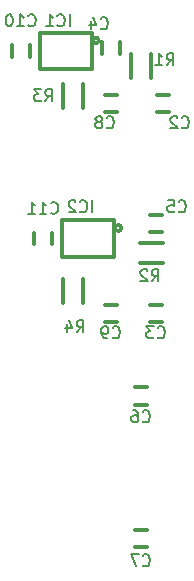
<source format=gbr>
%TF.GenerationSoftware,KiCad,Pcbnew,(5.1.12)-1*%
%TF.CreationDate,2022-11-09T13:17:00+09:00*%
%TF.ProjectId,2212_PHOTO_DIODE_PRE_AMP,32323132-5f50-4484-9f54-4f5f44494f44,0*%
%TF.SameCoordinates,Original*%
%TF.FileFunction,Legend,Bot*%
%TF.FilePolarity,Positive*%
%FSLAX46Y46*%
G04 Gerber Fmt 4.6, Leading zero omitted, Abs format (unit mm)*
G04 Created by KiCad (PCBNEW (5.1.12)-1) date 2022-11-09 13:17:00*
%MOMM*%
%LPD*%
G01*
G04 APERTURE LIST*
%ADD10C,0.300000*%
%ADD11C,0.200000*%
%ADD12C,0.150000*%
G04 APERTURE END LIST*
D10*
%TO.C,IC2*%
X138135000Y-86005000D02*
X138135000Y-82905000D01*
X142535000Y-86005000D02*
X138135000Y-86005000D01*
X142535000Y-82905000D02*
X142535000Y-86005000D01*
X138135000Y-82905000D02*
X142535000Y-82905000D01*
X143129000Y-83566000D02*
G75*
G03*
X143129000Y-83566000I-254000J0D01*
G01*
%TO.C,C2*%
X146185000Y-73775000D02*
X147185000Y-73775000D01*
X147185000Y-72275000D02*
X146185000Y-72275000D01*
%TO.C,C3*%
X145550000Y-91555000D02*
X146550000Y-91555000D01*
X146550000Y-90055000D02*
X145550000Y-90055000D01*
%TO.C,C4*%
X141490000Y-67826000D02*
X141490000Y-68826000D01*
X142990000Y-68826000D02*
X142990000Y-67826000D01*
%TO.C,C5*%
X146550000Y-82435000D02*
X145550000Y-82435000D01*
X145550000Y-83935000D02*
X146550000Y-83935000D01*
%TO.C,C6*%
X144280000Y-98540000D02*
X145280000Y-98540000D01*
X145280000Y-97040000D02*
X144280000Y-97040000D01*
%TO.C,C7*%
X144280000Y-110605000D02*
X145280000Y-110605000D01*
X145280000Y-109105000D02*
X144280000Y-109105000D01*
%TO.C,C8*%
X141740000Y-73775000D02*
X142740000Y-73775000D01*
X142740000Y-72275000D02*
X141740000Y-72275000D01*
%TO.C,C9*%
X141740000Y-91555000D02*
X142740000Y-91555000D01*
X142740000Y-90055000D02*
X141740000Y-90055000D01*
%TO.C,C10*%
X135370000Y-69080000D02*
X135370000Y-68080000D01*
X133870000Y-68080000D02*
X133870000Y-69080000D01*
%TO.C,C11*%
X137275000Y-84955000D02*
X137275000Y-83955000D01*
X135775000Y-83955000D02*
X135775000Y-84955000D01*
%TO.C,IC1*%
X136230000Y-70130000D02*
X136230000Y-67030000D01*
X140630000Y-70130000D02*
X136230000Y-70130000D01*
X140630000Y-67030000D02*
X140630000Y-70130000D01*
X136230000Y-67030000D02*
X140630000Y-67030000D01*
X141224000Y-67691000D02*
G75*
G03*
X141224000Y-67691000I-254000J0D01*
G01*
%TO.C,R1*%
X143930000Y-70850000D02*
X143930000Y-68850000D01*
X145630000Y-68850000D02*
X145630000Y-70850000D01*
%TO.C,R2*%
X144685000Y-84875000D02*
X146685000Y-84875000D01*
X146685000Y-86575000D02*
X144685000Y-86575000D01*
%TO.C,R3*%
X138215000Y-73390000D02*
X138215000Y-71390000D01*
X139915000Y-71390000D02*
X139915000Y-73390000D01*
%TO.C,R4*%
X138215000Y-89900000D02*
X138215000Y-87900000D01*
X139915000Y-87900000D02*
X139915000Y-89900000D01*
%TO.C,IC2*%
D11*
X140676190Y-82240380D02*
X140676190Y-81240380D01*
X139628571Y-82145142D02*
X139676190Y-82192761D01*
X139819047Y-82240380D01*
X139914285Y-82240380D01*
X140057142Y-82192761D01*
X140152380Y-82097523D01*
X140200000Y-82002285D01*
X140247619Y-81811809D01*
X140247619Y-81668952D01*
X140200000Y-81478476D01*
X140152380Y-81383238D01*
X140057142Y-81288000D01*
X139914285Y-81240380D01*
X139819047Y-81240380D01*
X139676190Y-81288000D01*
X139628571Y-81335619D01*
X139247619Y-81335619D02*
X139200000Y-81288000D01*
X139104761Y-81240380D01*
X138866666Y-81240380D01*
X138771428Y-81288000D01*
X138723809Y-81335619D01*
X138676190Y-81430857D01*
X138676190Y-81526095D01*
X138723809Y-81668952D01*
X139295238Y-82240380D01*
X138676190Y-82240380D01*
%TO.C,C2*%
D12*
X148248666Y-75033142D02*
X148296285Y-75080761D01*
X148439142Y-75128380D01*
X148534380Y-75128380D01*
X148677238Y-75080761D01*
X148772476Y-74985523D01*
X148820095Y-74890285D01*
X148867714Y-74699809D01*
X148867714Y-74556952D01*
X148820095Y-74366476D01*
X148772476Y-74271238D01*
X148677238Y-74176000D01*
X148534380Y-74128380D01*
X148439142Y-74128380D01*
X148296285Y-74176000D01*
X148248666Y-74223619D01*
X147867714Y-74223619D02*
X147820095Y-74176000D01*
X147724857Y-74128380D01*
X147486761Y-74128380D01*
X147391523Y-74176000D01*
X147343904Y-74223619D01*
X147296285Y-74318857D01*
X147296285Y-74414095D01*
X147343904Y-74556952D01*
X147915333Y-75128380D01*
X147296285Y-75128380D01*
%TO.C,C3*%
X146216666Y-92813142D02*
X146264285Y-92860761D01*
X146407142Y-92908380D01*
X146502380Y-92908380D01*
X146645238Y-92860761D01*
X146740476Y-92765523D01*
X146788095Y-92670285D01*
X146835714Y-92479809D01*
X146835714Y-92336952D01*
X146788095Y-92146476D01*
X146740476Y-92051238D01*
X146645238Y-91956000D01*
X146502380Y-91908380D01*
X146407142Y-91908380D01*
X146264285Y-91956000D01*
X146216666Y-92003619D01*
X145883333Y-91908380D02*
X145264285Y-91908380D01*
X145597619Y-92289333D01*
X145454761Y-92289333D01*
X145359523Y-92336952D01*
X145311904Y-92384571D01*
X145264285Y-92479809D01*
X145264285Y-92717904D01*
X145311904Y-92813142D01*
X145359523Y-92860761D01*
X145454761Y-92908380D01*
X145740476Y-92908380D01*
X145835714Y-92860761D01*
X145883333Y-92813142D01*
%TO.C,C4*%
D11*
X141390666Y-66651142D02*
X141438285Y-66698761D01*
X141581142Y-66746380D01*
X141676380Y-66746380D01*
X141819238Y-66698761D01*
X141914476Y-66603523D01*
X141962095Y-66508285D01*
X142009714Y-66317809D01*
X142009714Y-66174952D01*
X141962095Y-65984476D01*
X141914476Y-65889238D01*
X141819238Y-65794000D01*
X141676380Y-65746380D01*
X141581142Y-65746380D01*
X141438285Y-65794000D01*
X141390666Y-65841619D01*
X140533523Y-66079714D02*
X140533523Y-66746380D01*
X140771619Y-65698761D02*
X141009714Y-66413047D01*
X140390666Y-66413047D01*
%TO.C,C5*%
D12*
X147994666Y-82145142D02*
X148042285Y-82192761D01*
X148185142Y-82240380D01*
X148280380Y-82240380D01*
X148423238Y-82192761D01*
X148518476Y-82097523D01*
X148566095Y-82002285D01*
X148613714Y-81811809D01*
X148613714Y-81668952D01*
X148566095Y-81478476D01*
X148518476Y-81383238D01*
X148423238Y-81288000D01*
X148280380Y-81240380D01*
X148185142Y-81240380D01*
X148042285Y-81288000D01*
X147994666Y-81335619D01*
X147089904Y-81240380D02*
X147566095Y-81240380D01*
X147613714Y-81716571D01*
X147566095Y-81668952D01*
X147470857Y-81621333D01*
X147232761Y-81621333D01*
X147137523Y-81668952D01*
X147089904Y-81716571D01*
X147042285Y-81811809D01*
X147042285Y-82049904D01*
X147089904Y-82145142D01*
X147137523Y-82192761D01*
X147232761Y-82240380D01*
X147470857Y-82240380D01*
X147566095Y-82192761D01*
X147613714Y-82145142D01*
%TO.C,C6*%
X144946666Y-99925142D02*
X144994285Y-99972761D01*
X145137142Y-100020380D01*
X145232380Y-100020380D01*
X145375238Y-99972761D01*
X145470476Y-99877523D01*
X145518095Y-99782285D01*
X145565714Y-99591809D01*
X145565714Y-99448952D01*
X145518095Y-99258476D01*
X145470476Y-99163238D01*
X145375238Y-99068000D01*
X145232380Y-99020380D01*
X145137142Y-99020380D01*
X144994285Y-99068000D01*
X144946666Y-99115619D01*
X144089523Y-99020380D02*
X144280000Y-99020380D01*
X144375238Y-99068000D01*
X144422857Y-99115619D01*
X144518095Y-99258476D01*
X144565714Y-99448952D01*
X144565714Y-99829904D01*
X144518095Y-99925142D01*
X144470476Y-99972761D01*
X144375238Y-100020380D01*
X144184761Y-100020380D01*
X144089523Y-99972761D01*
X144041904Y-99925142D01*
X143994285Y-99829904D01*
X143994285Y-99591809D01*
X144041904Y-99496571D01*
X144089523Y-99448952D01*
X144184761Y-99401333D01*
X144375238Y-99401333D01*
X144470476Y-99448952D01*
X144518095Y-99496571D01*
X144565714Y-99591809D01*
%TO.C,C7*%
X144946666Y-112117142D02*
X144994285Y-112164761D01*
X145137142Y-112212380D01*
X145232380Y-112212380D01*
X145375238Y-112164761D01*
X145470476Y-112069523D01*
X145518095Y-111974285D01*
X145565714Y-111783809D01*
X145565714Y-111640952D01*
X145518095Y-111450476D01*
X145470476Y-111355238D01*
X145375238Y-111260000D01*
X145232380Y-111212380D01*
X145137142Y-111212380D01*
X144994285Y-111260000D01*
X144946666Y-111307619D01*
X144613333Y-111212380D02*
X143946666Y-111212380D01*
X144375238Y-112212380D01*
%TO.C,C8*%
X141898666Y-75033142D02*
X141946285Y-75080761D01*
X142089142Y-75128380D01*
X142184380Y-75128380D01*
X142327238Y-75080761D01*
X142422476Y-74985523D01*
X142470095Y-74890285D01*
X142517714Y-74699809D01*
X142517714Y-74556952D01*
X142470095Y-74366476D01*
X142422476Y-74271238D01*
X142327238Y-74176000D01*
X142184380Y-74128380D01*
X142089142Y-74128380D01*
X141946285Y-74176000D01*
X141898666Y-74223619D01*
X141327238Y-74556952D02*
X141422476Y-74509333D01*
X141470095Y-74461714D01*
X141517714Y-74366476D01*
X141517714Y-74318857D01*
X141470095Y-74223619D01*
X141422476Y-74176000D01*
X141327238Y-74128380D01*
X141136761Y-74128380D01*
X141041523Y-74176000D01*
X140993904Y-74223619D01*
X140946285Y-74318857D01*
X140946285Y-74366476D01*
X140993904Y-74461714D01*
X141041523Y-74509333D01*
X141136761Y-74556952D01*
X141327238Y-74556952D01*
X141422476Y-74604571D01*
X141470095Y-74652190D01*
X141517714Y-74747428D01*
X141517714Y-74937904D01*
X141470095Y-75033142D01*
X141422476Y-75080761D01*
X141327238Y-75128380D01*
X141136761Y-75128380D01*
X141041523Y-75080761D01*
X140993904Y-75033142D01*
X140946285Y-74937904D01*
X140946285Y-74747428D01*
X140993904Y-74652190D01*
X141041523Y-74604571D01*
X141136761Y-74556952D01*
%TO.C,C9*%
X142406666Y-92813142D02*
X142454285Y-92860761D01*
X142597142Y-92908380D01*
X142692380Y-92908380D01*
X142835238Y-92860761D01*
X142930476Y-92765523D01*
X142978095Y-92670285D01*
X143025714Y-92479809D01*
X143025714Y-92336952D01*
X142978095Y-92146476D01*
X142930476Y-92051238D01*
X142835238Y-91956000D01*
X142692380Y-91908380D01*
X142597142Y-91908380D01*
X142454285Y-91956000D01*
X142406666Y-92003619D01*
X141930476Y-92908380D02*
X141740000Y-92908380D01*
X141644761Y-92860761D01*
X141597142Y-92813142D01*
X141501904Y-92670285D01*
X141454285Y-92479809D01*
X141454285Y-92098857D01*
X141501904Y-92003619D01*
X141549523Y-91956000D01*
X141644761Y-91908380D01*
X141835238Y-91908380D01*
X141930476Y-91956000D01*
X141978095Y-92003619D01*
X142025714Y-92098857D01*
X142025714Y-92336952D01*
X141978095Y-92432190D01*
X141930476Y-92479809D01*
X141835238Y-92527428D01*
X141644761Y-92527428D01*
X141549523Y-92479809D01*
X141501904Y-92432190D01*
X141454285Y-92336952D01*
%TO.C,C10*%
D11*
X135262857Y-66397142D02*
X135310476Y-66444761D01*
X135453333Y-66492380D01*
X135548571Y-66492380D01*
X135691428Y-66444761D01*
X135786666Y-66349523D01*
X135834285Y-66254285D01*
X135881904Y-66063809D01*
X135881904Y-65920952D01*
X135834285Y-65730476D01*
X135786666Y-65635238D01*
X135691428Y-65540000D01*
X135548571Y-65492380D01*
X135453333Y-65492380D01*
X135310476Y-65540000D01*
X135262857Y-65587619D01*
X134310476Y-66492380D02*
X134881904Y-66492380D01*
X134596190Y-66492380D02*
X134596190Y-65492380D01*
X134691428Y-65635238D01*
X134786666Y-65730476D01*
X134881904Y-65778095D01*
X133691428Y-65492380D02*
X133596190Y-65492380D01*
X133500952Y-65540000D01*
X133453333Y-65587619D01*
X133405714Y-65682857D01*
X133358095Y-65873333D01*
X133358095Y-66111428D01*
X133405714Y-66301904D01*
X133453333Y-66397142D01*
X133500952Y-66444761D01*
X133596190Y-66492380D01*
X133691428Y-66492380D01*
X133786666Y-66444761D01*
X133834285Y-66397142D01*
X133881904Y-66301904D01*
X133929523Y-66111428D01*
X133929523Y-65873333D01*
X133881904Y-65682857D01*
X133834285Y-65587619D01*
X133786666Y-65540000D01*
X133691428Y-65492380D01*
%TO.C,C11*%
D12*
X137167857Y-82272142D02*
X137215476Y-82319761D01*
X137358333Y-82367380D01*
X137453571Y-82367380D01*
X137596428Y-82319761D01*
X137691666Y-82224523D01*
X137739285Y-82129285D01*
X137786904Y-81938809D01*
X137786904Y-81795952D01*
X137739285Y-81605476D01*
X137691666Y-81510238D01*
X137596428Y-81415000D01*
X137453571Y-81367380D01*
X137358333Y-81367380D01*
X137215476Y-81415000D01*
X137167857Y-81462619D01*
X136215476Y-82367380D02*
X136786904Y-82367380D01*
X136501190Y-82367380D02*
X136501190Y-81367380D01*
X136596428Y-81510238D01*
X136691666Y-81605476D01*
X136786904Y-81653095D01*
X135263095Y-82367380D02*
X135834523Y-82367380D01*
X135548809Y-82367380D02*
X135548809Y-81367380D01*
X135644047Y-81510238D01*
X135739285Y-81605476D01*
X135834523Y-81653095D01*
%TO.C,IC1*%
D11*
X138771190Y-66492380D02*
X138771190Y-65492380D01*
X137723571Y-66397142D02*
X137771190Y-66444761D01*
X137914047Y-66492380D01*
X138009285Y-66492380D01*
X138152142Y-66444761D01*
X138247380Y-66349523D01*
X138295000Y-66254285D01*
X138342619Y-66063809D01*
X138342619Y-65920952D01*
X138295000Y-65730476D01*
X138247380Y-65635238D01*
X138152142Y-65540000D01*
X138009285Y-65492380D01*
X137914047Y-65492380D01*
X137771190Y-65540000D01*
X137723571Y-65587619D01*
X136771190Y-66492380D02*
X137342619Y-66492380D01*
X137056904Y-66492380D02*
X137056904Y-65492380D01*
X137152142Y-65635238D01*
X137247380Y-65730476D01*
X137342619Y-65778095D01*
%TO.C,R1*%
X146978666Y-69794380D02*
X147312000Y-69318190D01*
X147550095Y-69794380D02*
X147550095Y-68794380D01*
X147169142Y-68794380D01*
X147073904Y-68842000D01*
X147026285Y-68889619D01*
X146978666Y-68984857D01*
X146978666Y-69127714D01*
X147026285Y-69222952D01*
X147073904Y-69270571D01*
X147169142Y-69318190D01*
X147550095Y-69318190D01*
X146026285Y-69794380D02*
X146597714Y-69794380D01*
X146312000Y-69794380D02*
X146312000Y-68794380D01*
X146407238Y-68937238D01*
X146502476Y-69032476D01*
X146597714Y-69080095D01*
%TO.C,R2*%
D12*
X145708666Y-88082380D02*
X146042000Y-87606190D01*
X146280095Y-88082380D02*
X146280095Y-87082380D01*
X145899142Y-87082380D01*
X145803904Y-87130000D01*
X145756285Y-87177619D01*
X145708666Y-87272857D01*
X145708666Y-87415714D01*
X145756285Y-87510952D01*
X145803904Y-87558571D01*
X145899142Y-87606190D01*
X146280095Y-87606190D01*
X145327714Y-87177619D02*
X145280095Y-87130000D01*
X145184857Y-87082380D01*
X144946761Y-87082380D01*
X144851523Y-87130000D01*
X144803904Y-87177619D01*
X144756285Y-87272857D01*
X144756285Y-87368095D01*
X144803904Y-87510952D01*
X145375333Y-88082380D01*
X144756285Y-88082380D01*
%TO.C,R3*%
X136691666Y-72842380D02*
X137025000Y-72366190D01*
X137263095Y-72842380D02*
X137263095Y-71842380D01*
X136882142Y-71842380D01*
X136786904Y-71890000D01*
X136739285Y-71937619D01*
X136691666Y-72032857D01*
X136691666Y-72175714D01*
X136739285Y-72270952D01*
X136786904Y-72318571D01*
X136882142Y-72366190D01*
X137263095Y-72366190D01*
X136358333Y-71842380D02*
X135739285Y-71842380D01*
X136072619Y-72223333D01*
X135929761Y-72223333D01*
X135834523Y-72270952D01*
X135786904Y-72318571D01*
X135739285Y-72413809D01*
X135739285Y-72651904D01*
X135786904Y-72747142D01*
X135834523Y-72794761D01*
X135929761Y-72842380D01*
X136215476Y-72842380D01*
X136310714Y-72794761D01*
X136358333Y-72747142D01*
%TO.C,R4*%
X139358666Y-92400380D02*
X139692000Y-91924190D01*
X139930095Y-92400380D02*
X139930095Y-91400380D01*
X139549142Y-91400380D01*
X139453904Y-91448000D01*
X139406285Y-91495619D01*
X139358666Y-91590857D01*
X139358666Y-91733714D01*
X139406285Y-91828952D01*
X139453904Y-91876571D01*
X139549142Y-91924190D01*
X139930095Y-91924190D01*
X138501523Y-91733714D02*
X138501523Y-92400380D01*
X138739619Y-91352761D02*
X138977714Y-92067047D01*
X138358666Y-92067047D01*
%TD*%
M02*

</source>
